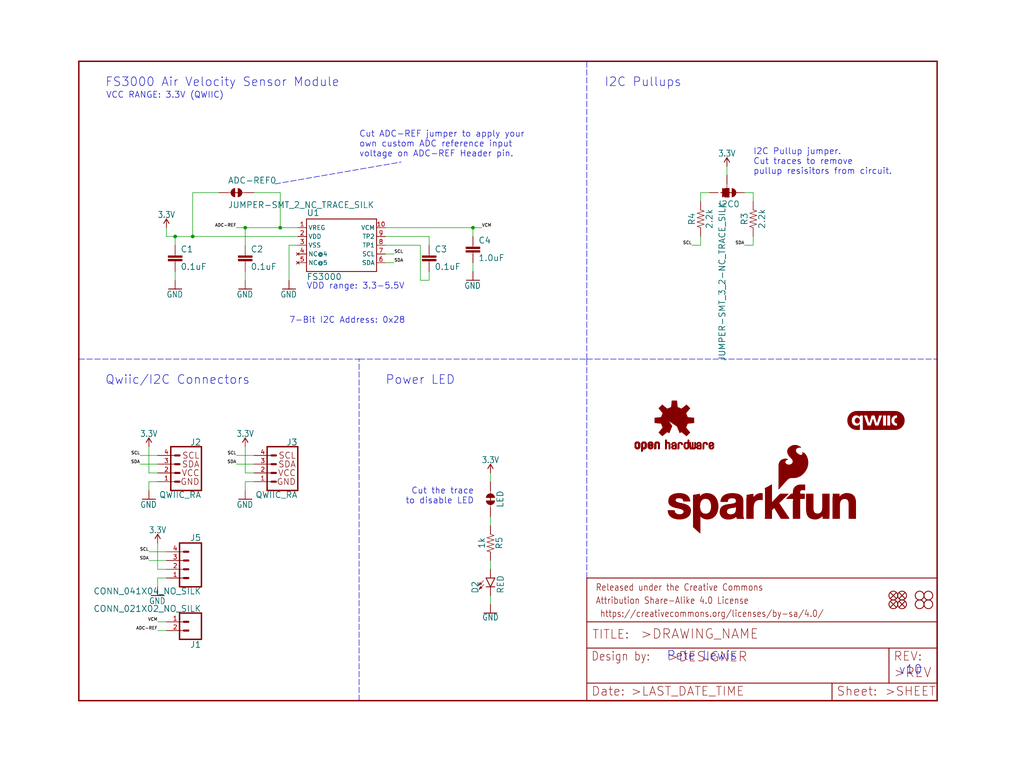
<source format=kicad_sch>
(kicad_sch (version 20211123) (generator eeschema)
  (paper "User" 297.002 223.926)
  (lib_symbols
    (symbol "eagleSchem-eagle-import:0.1UF-0402T-16V-10%"
      (property "Reference" "C" (at 1.524 2.921 0))
      (property "Value" "0.1UF-0402T-16V-10%" (at 1.524 -2.159 0))
      (symbol "0.1UF-0402T-16V-10%_1_0"
        (pin passive line (at 0 5.08 270) (length 2.54) (name "1") (number "1"))
        (pin passive line (at 0 -2.54 90) (length 2.54) (name "2") (number "2"))
      )
    )
    (symbol "eagleSchem-eagle-import:1.0UF-0402T-16V-10%"
      (property "Reference" "C" (at 1.524 2.921 0))
      (property "Value" "1.0UF-0402T-16V-10%" (at 1.524 -2.159 0))
      (symbol "1.0UF-0402T-16V-10%_1_0"
        (pin passive line (at 0 5.08 270) (length 2.54) (name "1") (number "1"))
        (pin passive line (at 0 -2.54 90) (length 2.54) (name "2") (number "2"))
      )
    )
    (symbol "eagleSchem-eagle-import:1KOHM-0402T-1{slash}16W-1%"
      (property "Reference" "R" (at 0 1.524 0))
      (property "Value" "1KOHM-0402T-1{slash}16W-1%" (at 0 -1.524 0))
      (symbol "1KOHM-0402T-1{slash}16W-1%_1_0"
        (pin passive line (at -5.08 0 0) (length 2.54) (name "1") (number "1"))
        (pin passive line (at 5.08 0 180) (length 2.54) (name "2") (number "2"))
      )
    )
    (symbol "eagleSchem-eagle-import:2.2KOHM-0402T-1{slash}16W-1%"
      (property "Reference" "R" (at 0 1.524 0))
      (property "Value" "2.2KOHM-0402T-1{slash}16W-1%" (at 0 -1.524 0))
      (symbol "2.2KOHM-0402T-1{slash}16W-1%_1_0"
        (pin passive line (at -5.08 0 0) (length 2.54) (name "1") (number "1"))
        (pin passive line (at 5.08 0 180) (length 2.54) (name "2") (number "2"))
      )
    )
    (symbol "eagleSchem-eagle-import:3.3V" (power)
      (property "Value" "3.3V" (at 0 2.794 0))
      (symbol "3.3V_1_0"
        (pin power_in line (at 0 0 90) (length 2.54) (name "3.3V") (number "1"))
      )
    )
    (symbol "eagleSchem-eagle-import:CONN_021X02_NO_SILK"
      (property "Reference" "J" (at -2.54 5.588 0))
      (property "Value" "CONN_021X02_NO_SILK" (at -2.54 -4.826 0))
      (symbol "CONN_021X02_NO_SILK_1_0"
        (pin passive line (at 7.62 0 180) (length 5.08) (name "1") (number "1"))
        (pin passive line (at 7.62 2.54 180) (length 5.08) (name "2") (number "2"))
      )
    )
    (symbol "eagleSchem-eagle-import:CONN_041X04_NO_SILK"
      (property "Reference" "J" (at -5.08 8.128 0))
      (property "Value" "CONN_041X04_NO_SILK" (at -5.08 -7.366 0))
      (symbol "CONN_041X04_NO_SILK_1_0"
        (pin passive line (at 5.08 -2.54 180) (length 5.08) (name "1") (number "1"))
        (pin passive line (at 5.08 0 180) (length 5.08) (name "2") (number "2"))
        (pin passive line (at 5.08 2.54 180) (length 5.08) (name "3") (number "3"))
        (pin passive line (at 5.08 5.08 180) (length 5.08) (name "4") (number "4"))
      )
    )
    (symbol "eagleSchem-eagle-import:FIDUCIALUFIDUCIAL")
    (symbol "eagleSchem-eagle-import:FRAME-LETTER"
      (symbol "FRAME-LETTER_2_0"
        (text " https://creativecommons.org/licenses/by-sa/4.0/" (at 2.54 24.13 0) (effects (font (size 1.9304 1.6408)) (justify left bottom)))
        (text ">DESIGNER" (at 23.114 11.176 0) (effects (font (size 2.7432 2.7432)) (justify left bottom)))
        (text ">DRAWING_NAME" (at 15.494 17.78 0) (effects (font (size 2.7432 2.7432)) (justify left bottom)))
        (text ">LAST_DATE_TIME" (at 12.7 1.27 0) (effects (font (size 2.54 2.54)) (justify left bottom)))
        (text ">REV" (at 88.9 6.604 0) (effects (font (size 2.7432 2.7432)) (justify left bottom)))
        (text ">SHEET" (at 86.36 1.27 0) (effects (font (size 2.54 2.54)) (justify left bottom)))
        (text "Attribution Share-Alike 4.0 License" (at 2.54 27.94 0) (effects (font (size 1.9304 1.6408)) (justify left bottom)))
        (text "Date:" (at 1.27 1.27 0) (effects (font (size 2.54 2.54)) (justify left bottom)))
        (text "Design by:" (at 1.27 11.43 0) (effects (font (size 2.54 2.159)) (justify left bottom)))
        (text "Released under the Creative Commons" (at 2.54 31.75 0) (effects (font (size 1.9304 1.6408)) (justify left bottom)))
        (text "REV:" (at 88.9 11.43 0) (effects (font (size 2.54 2.54)) (justify left bottom)))
        (text "Sheet:" (at 72.39 1.27 0) (effects (font (size 2.54 2.54)) (justify left bottom)))
        (text "TITLE:" (at 1.524 17.78 0) (effects (font (size 2.54 2.54)) (justify left bottom)))
      )
    )
    (symbol "eagleSchem-eagle-import:FS3000"
      (property "Reference" "U" (at -10.16 8.382 0))
      (property "Value" "FS3000" (at -10.16 -10.16 0))
      (symbol "FS3000_1_0"
        (pin bidirectional line (at -12.7 5.08 0) (length 2.54) (name "VREG") (number "1"))
        (pin bidirectional line (at 12.7 5.08 180) (length 2.54) (name "VCM") (number "10"))
        (pin bidirectional line (at -12.7 2.54 0) (length 2.54) (name "VDD") (number "2"))
        (pin bidirectional line (at -12.7 0 0) (length 2.54) (name "VSS") (number "3"))
        (pin no_connect line (at -12.7 -2.54 0) (length 2.54) (name "NC@4") (number "4"))
        (pin no_connect line (at -12.7 -5.08 0) (length 2.54) (name "NC@5") (number "5"))
        (pin bidirectional line (at 12.7 -5.08 180) (length 2.54) (name "SDA") (number "6"))
        (pin bidirectional line (at 12.7 -2.54 180) (length 2.54) (name "SCL") (number "7"))
        (pin bidirectional line (at 12.7 0 180) (length 2.54) (name "TP1") (number "8"))
        (pin bidirectional line (at 12.7 2.54 180) (length 2.54) (name "TP2") (number "9"))
      )
    )
    (symbol "eagleSchem-eagle-import:GND" (power)
      (property "Value" "GND" (at 0 -0.254 0))
      (symbol "GND_1_0"
        (pin power_in line (at 0 2.54 270) (length 2.54) (name "GND") (number "1"))
      )
    )
    (symbol "eagleSchem-eagle-import:JUMPER-SMT_2_NC_TRACE_SILK"
      (property "Reference" "JP" (at -2.54 2.54 0))
      (property "Value" "JUMPER-SMT_2_NC_TRACE_SILK" (at -2.54 -2.54 0))
      (symbol "JUMPER-SMT_2_NC_TRACE_SILK_1_0"
        (pin passive line (at -5.08 0 0) (length 2.54) (name "1") (number "1"))
        (pin passive line (at 5.08 0 180) (length 2.54) (name "2") (number "2"))
      )
    )
    (symbol "eagleSchem-eagle-import:JUMPER-SMT_3_2-NC_TRACE_SILK"
      (property "Reference" "JP" (at 2.54 0.381 0))
      (property "Value" "JUMPER-SMT_3_2-NC_TRACE_SILK" (at 2.54 -0.381 0))
      (symbol "JUMPER-SMT_3_2-NC_TRACE_SILK_1_0"
        (pin passive line (at 0 5.08 270) (length 2.54) (name "1") (number "1"))
        (pin passive line (at -5.08 0 0) (length 2.54) (name "2") (number "2"))
        (pin passive line (at 0 -5.08 90) (length 2.54) (name "3") (number "3"))
      )
    )
    (symbol "eagleSchem-eagle-import:LED-RED0603"
      (property "Reference" "D" (at -3.429 -4.572 90))
      (property "Value" "LED-RED0603" (at 1.905 -4.572 90))
      (symbol "LED-RED0603_1_0"
        (pin passive line (at 0 2.54 270) (length 2.54) (name "A") (number "A"))
        (pin passive line (at 0 -5.08 90) (length 2.54) (name "C") (number "C"))
      )
    )
    (symbol "eagleSchem-eagle-import:OSHW-LOGOMINI")
    (symbol "eagleSchem-eagle-import:QWIIC_CONNECTORJS-1MM"
      (property "Reference" "J" (at -5.08 7.874 0))
      (property "Value" "QWIIC_CONNECTORJS-1MM" (at -5.08 -5.334 0))
      (symbol "QWIIC_CONNECTORJS-1MM_1_0"
        (text "GND" (at -4.572 -2.54 0) (effects (font (size 1.778 1.778)) (justify left)))
        (text "SCL" (at -4.572 5.08 0) (effects (font (size 1.778 1.778)) (justify left)))
        (text "SDA" (at -4.572 2.54 0) (effects (font (size 1.778 1.778)) (justify left)))
        (text "VCC" (at -4.572 0 0) (effects (font (size 1.778 1.778)) (justify left)))
        (pin power_in line (at 7.62 -2.54 180) (length 5.08) (name "1") (number "1"))
        (pin power_in line (at 7.62 0 180) (length 5.08) (name "2") (number "2"))
        (pin passive line (at 7.62 2.54 180) (length 5.08) (name "3") (number "3"))
        (pin passive line (at 7.62 5.08 180) (length 5.08) (name "4") (number "4"))
      )
    )
    (symbol "eagleSchem-eagle-import:QWIIC_LOGO_5MM")
    (symbol "eagleSchem-eagle-import:SFE_LOGO_NAME_FLAME.1_INCH")
    (symbol "eagleSchem-eagle-import:STAND-OFF")
  )
  (junction (at 81.28 66.04))
  (junction (at 55.88 68.58))
  (junction (at 137.16 66.04))
  (junction (at 71.12 66.04))
  (junction (at 50.8 68.58))
  (wire (pts (xy 45.72 137.16) (xy 43.18 137.16)))
  (wire (pts (xy 48.26 162.56) (xy 43.18 162.56)))
  (wire (pts (xy 142.24 137.16) (xy 142.24 139.7)))
  (wire (pts (xy 45.72 165.1) (xy 45.72 157.48)))
  (wire (pts (xy 63.5 55.88) (xy 55.88 55.88)))
  (wire (pts (xy 218.44 55.88) (xy 215.9 55.88)))
  (wire (pts (xy 210.82 48.26) (xy 210.82 50.8)))
  (wire (pts (xy 45.72 167.64) (xy 45.72 170.18)))
  (wire (pts (xy 137.16 66.04) (xy 139.7 66.04)))
  (wire (pts (xy 124.46 81.28) (xy 124.46 78.74)))
  (wire (pts (xy 215.9 71.12) (xy 218.44 71.12)))
  (wire (pts (xy 73.66 134.62) (xy 68.58 134.62)))
  (polyline (pts (xy 170.18 167.64) (xy 170.18 104.14)))
  (wire (pts (xy 121.92 71.12) (xy 121.92 81.28)))
  (wire (pts (xy 48.26 68.58) (xy 48.26 66.04)))
  (wire (pts (xy 111.76 76.2) (xy 114.3 76.2)))
  (wire (pts (xy 50.8 71.12) (xy 50.8 68.58)))
  (wire (pts (xy 48.26 167.64) (xy 45.72 167.64)))
  (wire (pts (xy 137.16 68.58) (xy 137.16 66.04)))
  (wire (pts (xy 203.2 55.88) (xy 205.74 55.88)))
  (polyline (pts (xy 22.86 104.14) (xy 104.14 104.14)))
  (wire (pts (xy 81.28 66.04) (xy 81.28 55.88)))
  (wire (pts (xy 124.46 68.58) (xy 111.76 68.58)))
  (wire (pts (xy 48.26 165.1) (xy 45.72 165.1)))
  (wire (pts (xy 71.12 137.16) (xy 71.12 129.54)))
  (wire (pts (xy 111.76 71.12) (xy 121.92 71.12)))
  (wire (pts (xy 203.2 68.58) (xy 203.2 71.12)))
  (polyline (pts (xy 170.18 104.14) (xy 170.18 17.78)))
  (wire (pts (xy 81.28 66.04) (xy 71.12 66.04)))
  (polyline (pts (xy 170.18 104.14) (xy 271.78 104.14)))
  (wire (pts (xy 73.66 132.08) (xy 68.58 132.08)))
  (wire (pts (xy 43.18 137.16) (xy 43.18 129.54)))
  (wire (pts (xy 55.88 55.88) (xy 55.88 68.58)))
  (wire (pts (xy 203.2 58.42) (xy 203.2 55.88)))
  (wire (pts (xy 48.26 182.88) (xy 45.72 182.88)))
  (wire (pts (xy 142.24 162.56) (xy 142.24 165.1)))
  (wire (pts (xy 48.26 160.02) (xy 43.18 160.02)))
  (wire (pts (xy 142.24 172.72) (xy 142.24 175.26)))
  (wire (pts (xy 86.36 66.04) (xy 81.28 66.04)))
  (wire (pts (xy 71.12 139.7) (xy 71.12 142.24)))
  (wire (pts (xy 45.72 132.08) (xy 40.64 132.08)))
  (wire (pts (xy 81.28 55.88) (xy 73.66 55.88)))
  (wire (pts (xy 137.16 66.04) (xy 111.76 66.04)))
  (polyline (pts (xy 104.14 104.14) (xy 170.18 104.14)))
  (wire (pts (xy 218.44 58.42) (xy 218.44 55.88)))
  (wire (pts (xy 86.36 68.58) (xy 55.88 68.58)))
  (wire (pts (xy 45.72 134.62) (xy 40.64 134.62)))
  (wire (pts (xy 137.16 78.74) (xy 137.16 76.2)))
  (wire (pts (xy 45.72 139.7) (xy 43.18 139.7)))
  (wire (pts (xy 83.82 71.12) (xy 83.82 81.28)))
  (polyline (pts (xy 79.756 53.34) (xy 116.332 46.99)))
  (wire (pts (xy 50.8 78.74) (xy 50.8 81.28)))
  (wire (pts (xy 121.92 81.28) (xy 124.46 81.28)))
  (wire (pts (xy 71.12 81.28) (xy 71.12 78.74)))
  (wire (pts (xy 43.18 139.7) (xy 43.18 142.24)))
  (wire (pts (xy 218.44 71.12) (xy 218.44 68.58)))
  (wire (pts (xy 203.2 71.12) (xy 200.66 71.12)))
  (wire (pts (xy 55.88 68.58) (xy 50.8 68.58)))
  (polyline (pts (xy 104.14 203.2) (xy 104.14 104.14)))
  (wire (pts (xy 86.36 71.12) (xy 83.82 71.12)))
  (wire (pts (xy 73.66 137.16) (xy 71.12 137.16)))
  (wire (pts (xy 111.76 73.66) (xy 114.3 73.66)))
  (wire (pts (xy 73.66 139.7) (xy 71.12 139.7)))
  (wire (pts (xy 142.24 149.86) (xy 142.24 152.4)))
  (wire (pts (xy 71.12 66.04) (xy 68.58 66.04)))
  (wire (pts (xy 48.26 68.58) (xy 50.8 68.58)))
  (wire (pts (xy 48.26 180.34) (xy 45.72 180.34)))
  (wire (pts (xy 124.46 71.12) (xy 124.46 68.58)))
  (wire (pts (xy 71.12 71.12) (xy 71.12 66.04)))
  (text "VCC RANGE: 3.3V (QWIIC)" (at 30.734 28.702 180) (effects (font (size 1.778 1.778)) (justify left bottom)))
  (text "I2C Pullup jumper.\nCut traces to remove\npullup resisitors from circuit." (at 218.44 50.8 180) (effects (font (size 1.778 1.778)) (justify left bottom)))
  (text "Power LED" (at 111.76 111.76 180) (effects (font (size 2.54 2.54)) (justify left bottom)))
  (text "Cut the trace\nto disable LED" (at 137.4902 141.4018 180) (effects (font (size 1.778 1.778)) (justify right top)))
  (text "I2C Pullups" (at 175.26 25.4 180) (effects (font (size 2.54 2.54)) (justify left bottom)))
  (text "VDD range: 3.3-5.5V" (at 88.9 84.074 180) (effects (font (size 1.778 1.778)) (justify left bottom)))
  (text "Pete Lewis" (at 193.294 191.77 180) (effects (font (size 2.54 2.54)) (justify left bottom)))
  (text "v10" (at 260.604 195.834 180) (effects (font (size 2.54 2.54)) (justify left bottom)))
  (text "FS3000 Air Velocity Sensor Module" (at 30.48 25.4 180) (effects (font (size 2.54 2.54)) (justify left bottom)))
  (text "Cut ADC-REF jumper to apply your\nown custom ADC reference input\nvoltage on ADC-REF Header pin." (at 104.14 45.72 180) (effects (font (size 1.778 1.778)) (justify left bottom)))
  (text "7-Bit I2C Address: 0x28" (at 83.82 93.98 180) (effects (font (size 1.778 1.778)) (justify left bottom)))
  (text "Qwiic/I2C Connectors" (at 30.48 111.76 180) (effects (font (size 2.54 2.54)) (justify left bottom)))
  (label "SDA" (at 215.9 71.12 180) (effects (font (size 0.889 0.889))))
  (label "VCM" (at 45.72 180.34 180) (effects (font (size 0.889 0.889))))
  (label "ADC-REF" (at 45.72 182.88 180) (effects (font (size 0.889 0.889))))
  (label "SDA" (at 43.18 162.56 180) (effects (font (size 0.889 0.889))))
  (label "SCL" (at 68.58 132.08 180) (effects (font (size 0.889 0.889))))
  (label "SCL" (at 114.3 73.66 0) (effects (font (size 0.889 0.889))))
  (label "SDA" (at 40.64 134.62 180) (effects (font (size 0.889 0.889))))
  (label "SCL" (at 200.66 71.12 180) (effects (font (size 0.889 0.889))))
  (label "SCL" (at 40.64 132.08 180) (effects (font (size 0.889 0.889))))
  (label "VCM" (at 139.7 66.04 0) (effects (font (size 0.889 0.889))))
  (label "ADC-REF" (at 68.58 66.04 180) (effects (font (size 0.889 0.889))))
  (label "SDA" (at 114.3 76.2 0) (effects (font (size 0.889 0.889))))
  (label "SCL" (at 43.18 160.02 180) (effects (font (size 0.889 0.889))))
  (label "SDA" (at 68.58 134.62 180) (effects (font (size 0.889 0.889))))
  (symbol (lib_id "eagleSchem-eagle-import:JUMPER-SMT_2_NC_TRACE_SILK") (at 142.24 144.78 90) (unit 1)
    (property "Reference" "JP1" (effects hide))
    (property "Value" "LED" (at 144.018 147.32 0) (effects (font (size 1.778 1.778)) (justify left top)))
    (property "Footprint" "eagleSchem:SMT-JUMPER_2_NC_TRACE_SILK" (effects hide))
  )
  (symbol (lib_id "eagleSchem-eagle-import:FIDUCIALUFIDUCIAL") (at 261.62 175.26 0) (unit 1)
    (property "Reference" "JP11" (effects hide))
    (property "Value" "FIDUCIALUFIDUCIAL" (effects hide))
    (property "Footprint" "eagleSchem:FIDUCIAL-MICRO" (effects hide))
  )
  (symbol (lib_id "eagleSchem-eagle-import:0.1UF-0402T-16V-10%") (at 50.8 76.2 0) (unit 1)
    (property "Reference" "C1" (at 52.324 73.279 0) (effects (font (size 1.778 1.778)) (justify left bottom)))
    (property "Value" "0.1uF" (at 52.324 78.359 0) (effects (font (size 1.778 1.778)) (justify left bottom)))
    (property "Footprint" "eagleSchem:0402-TIGHT" (effects hide))
  )
  (symbol (lib_id "eagleSchem-eagle-import:LED-RED0603") (at 142.24 167.64 0) (unit 1)
    (property "Reference" "D2" (at 138.811 172.212 90) (effects (font (size 1.778 1.778)) (justify left bottom)))
    (property "Value" "RED" (at 144.145 172.212 90) (effects (font (size 1.778 1.778)) (justify left top)))
    (property "Footprint" "eagleSchem:LED-0603" (effects hide))
  )
  (symbol (lib_id "eagleSchem-eagle-import:JUMPER-SMT_3_2-NC_TRACE_SILK") (at 210.82 55.88 270) (unit 1)
    (property "Reference" "I2C0" (at 208.28 60.198 90) (effects (font (size 1.778 1.778)) (justify left bottom)))
    (property "Value" "JUMPER-SMT_3_2-NC_TRACE_SILK" (at 210.439 58.42 0) (effects (font (size 1.778 1.778)) (justify left top)))
    (property "Footprint" "eagleSchem:SMT-JUMPER_3_2-NC_TRACE_SILK" (effects hide))
  )
  (symbol (lib_id "eagleSchem-eagle-import:JUMPER-SMT_2_NC_TRACE_SILK") (at 68.58 55.88 0) (unit 1)
    (property "Reference" "ADC-REF0" (at 66.04 53.34 0) (effects (font (size 1.778 1.778)) (justify left bottom)))
    (property "Value" "JUMPER-SMT_2_NC_TRACE_SILK" (at 66.04 58.42 0) (effects (font (size 1.778 1.778)) (justify left top)))
    (property "Footprint" "eagleSchem:SMT-JUMPER_2_NC_TRACE_SILK" (effects hide))
  )
  (symbol (lib_id "eagleSchem-eagle-import:FRAME-LETTER") (at 170.18 203.2 0) (unit 2)
    (property "Reference" "FRAME1" (effects hide))
    (property "Value" "FRAME-LETTER" (effects hide))
    (property "Footprint" "eagleSchem:CREATIVE_COMMONS" (effects hide))
  )
  (symbol (lib_id "eagleSchem-eagle-import:3.3V") (at 142.24 137.16 0) (unit 1)
    (property "Reference" "#SUPPLY9" (effects hide))
    (property "Value" "3.3V" (at 142.24 134.366 0) (effects (font (size 1.778 1.5113)) (justify bottom)))
    (property "Footprint" "eagleSchem:" (effects hide))
  )
  (symbol (lib_id "eagleSchem-eagle-import:3.3V") (at 45.72 157.48 0) (unit 1)
    (property "Reference" "#SUPPLY7" (effects hide))
    (property "Value" "3.3V" (at 45.72 154.686 0) (effects (font (size 1.778 1.5113)) (justify bottom)))
    (property "Footprint" "eagleSchem:" (effects hide))
  )
  (symbol (lib_id "eagleSchem-eagle-import:1.0UF-0402T-16V-10%") (at 137.16 73.66 0) (unit 1)
    (property "Reference" "C4" (at 138.684 70.739 0) (effects (font (size 1.778 1.778)) (justify left bottom)))
    (property "Value" "1.0uF" (at 138.684 75.819 0) (effects (font (size 1.778 1.778)) (justify left bottom)))
    (property "Footprint" "eagleSchem:0402-TIGHT" (effects hide))
  )
  (symbol (lib_id "eagleSchem-eagle-import:FRAME-LETTER") (at 22.86 203.2 0) (unit 1)
    (property "Reference" "FRAME1" (effects hide))
    (property "Value" "FRAME-LETTER" (effects hide))
    (property "Footprint" "eagleSchem:CREATIVE_COMMONS" (effects hide))
  )
  (symbol (lib_id "eagleSchem-eagle-import:STAND-OFF") (at 269.24 172.72 0) (unit 1)
    (property "Reference" "JP3" (effects hide))
    (property "Value" "STAND-OFF" (effects hide))
    (property "Footprint" "eagleSchem:STAND-OFF" (effects hide))
  )
  (symbol (lib_id "eagleSchem-eagle-import:1KOHM-0402T-1{slash}16W-1%") (at 142.24 157.48 270) (unit 1)
    (property "Reference" "R5" (at 143.764 157.48 0) (effects (font (size 1.778 1.778)) (justify bottom)))
    (property "Value" "1k" (at 140.716 157.48 0) (effects (font (size 1.778 1.778)) (justify top)))
    (property "Footprint" "eagleSchem:0402-TIGHT" (effects hide))
  )
  (symbol (lib_id "eagleSchem-eagle-import:QWIIC_LOGO_5MM") (at 254 121.92 0) (unit 1)
    (property "Reference" "LOGO4" (effects hide))
    (property "Value" "QWIIC_LOGO_5MM" (effects hide))
    (property "Footprint" "eagleSchem:QWIIC_5MM" (effects hide))
  )
  (symbol (lib_id "eagleSchem-eagle-import:CONN_021X02_NO_SILK") (at 55.88 180.34 180) (unit 1)
    (property "Reference" "J1" (at 58.42 185.928 0) (effects (font (size 1.778 1.778)) (justify left bottom)))
    (property "Value" "CONN_021X02_NO_SILK" (at 58.42 175.514 0) (effects (font (size 1.778 1.778)) (justify left bottom)))
    (property "Footprint" "eagleSchem:1X02_NO_SILK" (effects hide))
  )
  (symbol (lib_id "eagleSchem-eagle-import:GND") (at 137.16 81.28 0) (unit 1)
    (property "Reference" "#GND3" (effects hide))
    (property "Value" "GND" (at 134.62 83.82 0) (effects (font (size 1.778 1.5113)) (justify left bottom)))
    (property "Footprint" "eagleSchem:" (effects hide))
  )
  (symbol (lib_id "eagleSchem-eagle-import:FIDUCIALUFIDUCIAL") (at 259.08 172.72 0) (unit 1)
    (property "Reference" "JP6" (effects hide))
    (property "Value" "FIDUCIALUFIDUCIAL" (effects hide))
    (property "Footprint" "eagleSchem:FIDUCIAL-MICRO" (effects hide))
  )
  (symbol (lib_id "eagleSchem-eagle-import:2.2KOHM-0402T-1{slash}16W-1%") (at 218.44 63.5 90) (unit 1)
    (property "Reference" "R3" (at 216.916 63.5 0) (effects (font (size 1.778 1.778)) (justify bottom)))
    (property "Value" "2.2k" (at 219.964 63.5 0) (effects (font (size 1.778 1.778)) (justify top)))
    (property "Footprint" "eagleSchem:0402-TIGHT" (effects hide))
  )
  (symbol (lib_id "eagleSchem-eagle-import:0.1UF-0402T-16V-10%") (at 71.12 76.2 0) (unit 1)
    (property "Reference" "C2" (at 72.644 73.279 0) (effects (font (size 1.778 1.778)) (justify left bottom)))
    (property "Value" "0.1uF" (at 72.644 78.359 0) (effects (font (size 1.778 1.778)) (justify left bottom)))
    (property "Footprint" "eagleSchem:0402-TIGHT" (effects hide))
  )
  (symbol (lib_id "eagleSchem-eagle-import:OSHW-LOGOMINI") (at 195.58 121.92 0) (unit 1)
    (property "Reference" "LOGO1" (effects hide))
    (property "Value" "OSHW-LOGOMINI" (effects hide))
    (property "Footprint" "eagleSchem:OSHW-LOGO-MINI" (effects hide))
  )
  (symbol (lib_id "eagleSchem-eagle-import:STAND-OFF") (at 266.7 172.72 0) (unit 1)
    (property "Reference" "JP8" (effects hide))
    (property "Value" "STAND-OFF" (effects hide))
    (property "Footprint" "eagleSchem:STAND-OFF" (effects hide))
  )
  (symbol (lib_id "eagleSchem-eagle-import:GND") (at 83.82 83.82 0) (unit 1)
    (property "Reference" "#GND1" (effects hide))
    (property "Value" "GND" (at 81.28 86.36 0) (effects (font (size 1.778 1.5113)) (justify left bottom)))
    (property "Footprint" "eagleSchem:" (effects hide))
  )
  (symbol (lib_id "eagleSchem-eagle-import:3.3V") (at 71.12 129.54 0) (unit 1)
    (property "Reference" "#SUPPLY2" (effects hide))
    (property "Value" "3.3V" (at 71.12 126.746 0) (effects (font (size 1.778 1.5113)) (justify bottom)))
    (property "Footprint" "eagleSchem:" (effects hide))
  )
  (symbol (lib_id "eagleSchem-eagle-import:QWIIC_CONNECTORJS-1MM") (at 53.34 137.16 0) (mirror y) (unit 1)
    (property "Reference" "J2" (at 58.42 129.286 0) (effects (font (size 1.778 1.778)) (justify left bottom)))
    (property "Value" "QWIIC_RA" (at 58.42 142.494 0) (effects (font (size 1.778 1.778)) (justify left top)))
    (property "Footprint" "eagleSchem:JST04_1MM_RA" (effects hide))
  )
  (symbol (lib_id "eagleSchem-eagle-import:FIDUCIALUFIDUCIAL") (at 259.08 175.26 0) (unit 1)
    (property "Reference" "JP2" (effects hide))
    (property "Value" "FIDUCIALUFIDUCIAL" (effects hide))
    (property "Footprint" "eagleSchem:FIDUCIAL-MICRO" (effects hide))
  )
  (symbol (lib_id "eagleSchem-eagle-import:SFE_LOGO_NAME_FLAME.1_INCH") (at 193.04 154.94 0) (unit 1)
    (property "Reference" "LOGO3" (effects hide))
    (property "Value" "SFE_LOGO_NAME_FLAME.1_INCH" (effects hide))
    (property "Footprint" "eagleSchem:SFE_LOGO_NAME_FLAME_.1" (effects hide))
  )
  (symbol (lib_id "eagleSchem-eagle-import:FS3000") (at 99.06 71.12 0) (unit 1)
    (property "Reference" "U1" (at 88.9 62.738 0) (effects (font (size 1.778 1.778)) (justify left bottom)))
    (property "Value" "FS3000" (at 88.9 81.28 0) (effects (font (size 1.778 1.778)) (justify left bottom)))
    (property "Footprint" "eagleSchem:FS3000" (effects hide))
  )
  (symbol (lib_id "eagleSchem-eagle-import:2.2KOHM-0402T-1{slash}16W-1%") (at 203.2 63.5 90) (unit 1)
    (property "Reference" "R4" (at 201.676 63.5 0) (effects (font (size 1.778 1.778)) (justify bottom)))
    (property "Value" "2.2k" (at 204.724 63.5 0) (effects (font (size 1.778 1.778)) (justify top)))
    (property "Footprint" "eagleSchem:0402-TIGHT" (effects hide))
  )
  (symbol (lib_id "eagleSchem-eagle-import:CONN_041X04_NO_SILK") (at 53.34 165.1 0) (mirror y) (unit 1)
    (property "Reference" "J5" (at 58.42 156.972 0) (effects (font (size 1.778 1.778)) (justify left bottom)))
    (property "Value" "CONN_041X04_NO_SILK" (at 58.42 172.466 0) (effects (font (size 1.778 1.778)) (justify left bottom)))
    (property "Footprint" "eagleSchem:1X04_NO_SILK" (effects hide))
  )
  (symbol (lib_id "eagleSchem-eagle-import:3.3V") (at 210.82 48.26 0) (unit 1)
    (property "Reference" "#SUPPLY1" (effects hide))
    (property "Value" "3.3V" (at 210.82 45.466 0) (effects (font (size 1.778 1.5113)) (justify bottom)))
    (property "Footprint" "eagleSchem:" (effects hide))
  )
  (symbol (lib_id "eagleSchem-eagle-import:GND") (at 50.8 83.82 0) (unit 1)
    (property "Reference" "#GND4" (effects hide))
    (property "Value" "GND" (at 48.26 86.36 0) (effects (font (size 1.778 1.5113)) (justify left bottom)))
    (property "Footprint" "eagleSchem:" (effects hide))
  )
  (symbol (lib_id "eagleSchem-eagle-import:GND") (at 71.12 83.82 0) (unit 1)
    (property "Reference" "#GND2" (effects hide))
    (property "Value" "GND" (at 68.58 86.36 0) (effects (font (size 1.778 1.5113)) (justify left bottom)))
    (property "Footprint" "eagleSchem:" (effects hide))
  )
  (symbol (lib_id "eagleSchem-eagle-import:STAND-OFF") (at 269.24 175.26 0) (unit 1)
    (property "Reference" "JP4" (effects hide))
    (property "Value" "STAND-OFF" (effects hide))
    (property "Footprint" "eagleSchem:STAND-OFF" (effects hide))
  )
  (symbol (lib_id "eagleSchem-eagle-import:3.3V") (at 43.18 129.54 0) (unit 1)
    (property "Reference" "#SUPPLY4" (effects hide))
    (property "Value" "3.3V" (at 43.18 126.746 0) (effects (font (size 1.778 1.5113)) (justify bottom)))
    (property "Footprint" "eagleSchem:" (effects hide))
  )
  (symbol (lib_id "eagleSchem-eagle-import:SFE_LOGO_NAME_FLAME.1_INCH") (at 193.04 154.94 0) (unit 1)
    (property "Reference" "LOGO5" (effects hide))
    (property "Value" "SFE_LOGO_NAME_FLAME.1_INCH" (effects hide))
    (property "Footprint" "eagleSchem:SFE_LOGO_NAME_FLAME_.1" (effects hide))
  )
  (symbol (lib_id "eagleSchem-eagle-import:GND") (at 71.12 144.78 0) (unit 1)
    (property "Reference" "#GND5" (effects hide))
    (property "Value" "GND" (at 68.58 147.32 0) (effects (font (size 1.778 1.5113)) (justify left bottom)))
    (property "Footprint" "eagleSchem:" (effects hide))
  )
  (symbol (lib_id "eagleSchem-eagle-import:GND") (at 45.72 172.72 0) (unit 1)
    (property "Reference" "#GND7" (effects hide))
    (property "Value" "GND" (at 43.18 175.26 0) (effects (font (size 1.778 1.5113)) (justify left bottom)))
    (property "Footprint" "eagleSchem:" (effects hide))
  )
  (symbol (lib_id "eagleSchem-eagle-import:STAND-OFF") (at 266.7 175.26 0) (unit 1)
    (property "Reference" "JP7" (effects hide))
    (property "Value" "STAND-OFF" (effects hide))
    (property "Footprint" "eagleSchem:STAND-OFF" (effects hide))
  )
  (symbol (lib_id "eagleSchem-eagle-import:GND") (at 142.24 177.8 0) (unit 1)
    (property "Reference" "#GND13" (effects hide))
    (property "Value" "GND" (at 142.24 178.054 0) (effects (font (size 1.778 1.5113)) (justify top)))
    (property "Footprint" "eagleSchem:" (effects hide))
  )
  (symbol (lib_id "eagleSchem-eagle-import:GND") (at 43.18 144.78 0) (unit 1)
    (property "Reference" "#GND6" (effects hide))
    (property "Value" "GND" (at 40.64 147.32 0) (effects (font (size 1.778 1.5113)) (justify left bottom)))
    (property "Footprint" "eagleSchem:" (effects hide))
  )
  (symbol (lib_id "eagleSchem-eagle-import:FIDUCIALUFIDUCIAL") (at 261.62 172.72 0) (unit 1)
    (property "Reference" "JP5" (effects hide))
    (property "Value" "FIDUCIALUFIDUCIAL" (effects hide))
    (property "Footprint" "eagleSchem:FIDUCIAL-MICRO" (effects hide))
  )
  (symbol (lib_id "eagleSchem-eagle-import:QWIIC_CONNECTORJS-1MM") (at 81.28 137.16 0) (mirror y) (unit 1)
    (property "Reference" "J3" (at 86.36 129.286 0) (effects (font (size 1.778 1.778)) (justify left bottom)))
    (property "Value" "QWIIC_RA" (at 86.36 142.494 0) (effects (font (size 1.778 1.778)) (justify left top)))
    (property "Footprint" "eagleSchem:JST04_1MM_RA" (effects hide))
  )
  (symbol (lib_id "eagleSchem-eagle-import:3.3V") (at 48.26 66.04 0) (unit 1)
    (property "Reference" "#SUPPLY12" (effects hide))
    (property "Value" "3.3V" (at 48.26 63.246 0) (effects (font (size 1.778 1.5113)) (justify bottom)))
    (property "Footprint" "eagleSchem:" (effects hide))
  )
  (symbol (lib_id "eagleSchem-eagle-import:0.1UF-0402T-16V-10%") (at 124.46 76.2 0) (unit 1)
    (property "Reference" "C3" (at 125.984 73.279 0) (effects (font (size 1.778 1.778)) (justify left bottom)))
    (property "Value" "0.1uF" (at 125.984 78.359 0) (effects (font (size 1.778 1.778)) (justify left bottom)))
    (property "Footprint" "eagleSchem:0402-TIGHT" (effects hide))
  )
)
</source>
